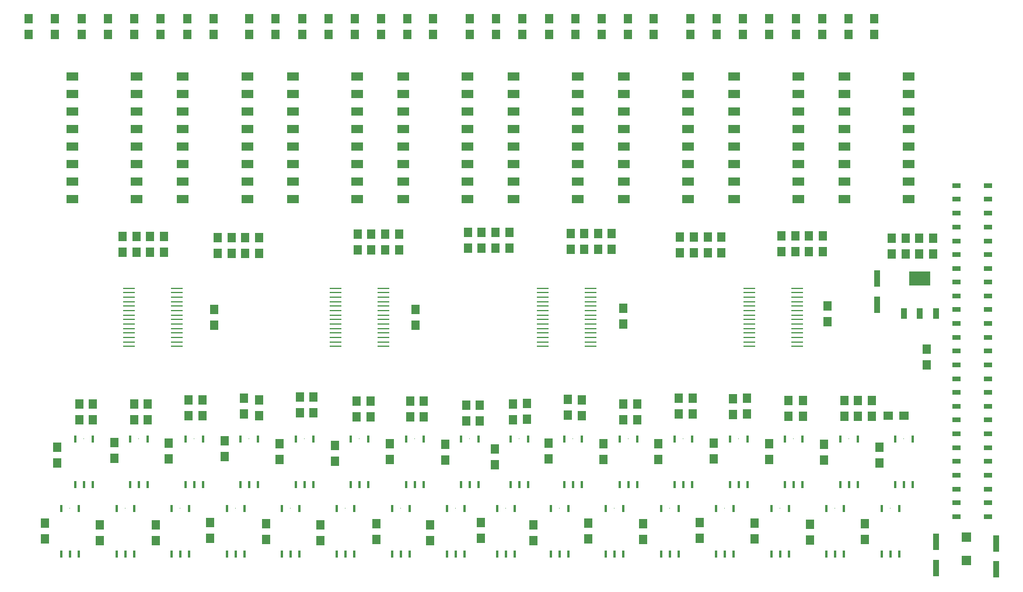
<source format=gbr>
%FSLAX23Y23*%
%MOIN*%
G04 EasyPC Gerber Version 17.0 Build 3379 *
%ADD84R,0.00187X0.00187*%
%ADD83R,0.01762X0.04124*%
%ADD96R,0.03337X0.06093*%
%ADD80R,0.03534X0.09636*%
%ADD79R,0.04900X0.05400*%
%ADD85R,0.05700X0.05700*%
%ADD82R,0.06683X0.00581*%
%ADD78R,0.04912X0.02904*%
%ADD95R,0.05400X0.04900*%
%ADD81R,0.06683X0.04912*%
%ADD97R,0.11998X0.08061*%
X0Y0D02*
D02*
D78*
X5539Y795D03*
Y873D03*
Y952D03*
Y1031D03*
Y1110D03*
Y1188D03*
Y1267D03*
Y1346D03*
Y1425D03*
Y1503D03*
Y1582D03*
Y1661D03*
Y1740D03*
Y1818D03*
Y1897D03*
Y1976D03*
Y2054D03*
Y2133D03*
Y2212D03*
Y2291D03*
Y2369D03*
Y2448D03*
Y2527D03*
Y2606D03*
Y2684D03*
X5716Y795D03*
Y873D03*
Y952D03*
Y1031D03*
Y1110D03*
Y1188D03*
Y1267D03*
Y1346D03*
Y1425D03*
Y1503D03*
Y1582D03*
Y1661D03*
Y1740D03*
Y1818D03*
Y1897D03*
Y1976D03*
Y2054D03*
Y2133D03*
Y2212D03*
Y2291D03*
Y2369D03*
Y2448D03*
Y2527D03*
Y2606D03*
Y2684D03*
D02*
D79*
X238Y3548D03*
Y3638D03*
X332Y666D03*
Y756D03*
X388Y3548D03*
Y3638D03*
X400Y1102D03*
Y1192D03*
X528Y1349D03*
Y1439D03*
X542Y3548D03*
Y3638D03*
X605Y1348D03*
Y1438D03*
X644Y659D03*
Y749D03*
X691Y3548D03*
Y3638D03*
X727Y1128D03*
Y1218D03*
X774Y2305D03*
Y2395D03*
X840Y1349D03*
Y1439D03*
X841Y3548D03*
Y3638D03*
X853Y2305D03*
Y2395D03*
X918Y1348D03*
Y1438D03*
X931Y2305D03*
Y2395D03*
X963Y659D03*
Y749D03*
X990Y3548D03*
Y3638D03*
X1010Y2305D03*
Y2395D03*
X1038Y1125D03*
Y1215D03*
X1144Y3548D03*
Y3638D03*
X1152Y1371D03*
Y1461D03*
X1231Y1372D03*
Y1462D03*
X1275Y671D03*
Y761D03*
X1294Y3548D03*
Y3638D03*
X1298Y1888D03*
Y1978D03*
X1317Y2297D03*
Y2387D03*
X1357Y1136D03*
Y1226D03*
X1396Y2297D03*
Y2387D03*
X1467Y1380D03*
Y1470D03*
X1475Y2297D03*
Y2387D03*
X1499Y3548D03*
Y3638D03*
X1553Y1372D03*
Y1462D03*
Y2297D03*
Y2387D03*
X1593Y663D03*
Y753D03*
X1648Y3548D03*
Y3638D03*
X1672Y1122D03*
Y1212D03*
X1786Y1388D03*
Y1478D03*
X1801Y3548D03*
Y3638D03*
X1864Y1388D03*
Y1478D03*
X1904Y659D03*
Y749D03*
X1951Y3548D03*
Y3638D03*
X1986Y1110D03*
Y1200D03*
X2101Y3548D03*
Y3638D03*
X2110Y1363D03*
Y1453D03*
X2116Y2317D03*
Y2407D03*
X2191Y1364D03*
Y1454D03*
X2195Y2317D03*
Y2407D03*
X2223Y663D03*
Y753D03*
X2250Y3548D03*
Y3638D03*
X2274Y2317D03*
Y2407D03*
X2301Y1120D03*
Y1210D03*
X2353Y2317D03*
Y2407D03*
X2400Y3548D03*
Y3638D03*
X2416Y1364D03*
Y1454D03*
X2448Y1888D03*
Y1978D03*
X2494Y1364D03*
Y1454D03*
X2530Y659D03*
Y749D03*
X2549Y3548D03*
Y3638D03*
X2616Y1116D03*
Y1206D03*
X2739Y1342D03*
Y1432D03*
X2746Y2328D03*
Y2418D03*
X2758Y3548D03*
Y3638D03*
X2815Y1342D03*
Y1432D03*
X2820Y670D03*
Y760D03*
X2825Y2328D03*
Y2418D03*
X2900Y1092D03*
Y1182D03*
X2904Y2328D03*
Y2418D03*
X2908Y3548D03*
Y3638D03*
X2983Y2328D03*
Y2418D03*
X3005Y1349D03*
Y1439D03*
X3057Y3548D03*
Y3638D03*
X3084Y1350D03*
Y1440D03*
X3120Y659D03*
Y749D03*
X3207Y1125D03*
Y1215D03*
X3211Y3548D03*
Y3638D03*
X3319Y1374D03*
Y1464D03*
X3333Y2321D03*
Y2411D03*
X3361Y3548D03*
Y3638D03*
X3396Y1372D03*
Y1462D03*
X3412Y2321D03*
Y2411D03*
X3434Y667D03*
Y757D03*
X3490Y2321D03*
Y2411D03*
X3510Y3548D03*
Y3638D03*
X3522Y1120D03*
Y1210D03*
X3569Y2321D03*
Y2411D03*
X3634Y1348D03*
Y1438D03*
X3635Y1893D03*
Y1983D03*
X3660Y3548D03*
Y3638D03*
X3713Y1348D03*
Y1438D03*
X3746Y663D03*
Y753D03*
X3809Y3548D03*
Y3638D03*
X3833Y1122D03*
Y1212D03*
X3951Y1380D03*
Y1470D03*
X3959Y2301D03*
Y2391D03*
X4017Y3548D03*
Y3638D03*
X4030Y1380D03*
Y1470D03*
X4038Y2301D03*
Y2391D03*
X4071Y670D03*
Y760D03*
X4116Y2301D03*
Y2391D03*
X4152Y1125D03*
Y1215D03*
X4168Y3548D03*
Y3638D03*
X4195Y2301D03*
Y2391D03*
X4262Y1379D03*
Y1469D03*
X4317Y3548D03*
Y3638D03*
X4341Y1380D03*
Y1470D03*
X4383Y666D03*
Y756D03*
X4467Y3548D03*
Y3638D03*
X4468Y1122D03*
Y1212D03*
X4537Y2306D03*
Y2396D03*
X4579Y1367D03*
Y1457D03*
X4616Y2306D03*
Y2396D03*
X4620Y3548D03*
Y3638D03*
X4660Y1368D03*
Y1458D03*
X4695Y2306D03*
Y2396D03*
X4700Y661D03*
Y751D03*
X4770Y3548D03*
Y3638D03*
X4774Y2306D03*
Y2396D03*
X4782Y1116D03*
Y1206D03*
X4801Y1907D03*
Y1997D03*
X4896Y1368D03*
Y1458D03*
X4920Y3548D03*
Y3638D03*
X4975Y1369D03*
Y1459D03*
X5013Y665D03*
Y755D03*
X5053Y1368D03*
Y1458D03*
X5069Y3548D03*
Y3638D03*
X5097Y1100D03*
Y1190D03*
X5168Y2293D03*
Y2383D03*
X5246Y2293D03*
Y2383D03*
X5325Y2293D03*
Y2383D03*
X5369Y1661D03*
Y1751D03*
X5404Y2293D03*
Y2383D03*
D02*
D80*
X5085Y2003D03*
Y2153D03*
X5421Y500D03*
Y650D03*
X5763Y493D03*
Y642D03*
D02*
D81*
X486Y2606D03*
Y2706D03*
Y2806D03*
Y2906D03*
Y3006D03*
Y3106D03*
Y3206D03*
Y3306D03*
X854Y2606D03*
Y2706D03*
Y2806D03*
Y2906D03*
Y3006D03*
Y3106D03*
Y3206D03*
Y3306D03*
X1117Y2606D03*
Y2706D03*
Y2806D03*
Y2906D03*
Y3006D03*
Y3106D03*
Y3206D03*
Y3306D03*
X1486Y2606D03*
Y2706D03*
Y2806D03*
Y2906D03*
Y3006D03*
Y3106D03*
Y3206D03*
Y3306D03*
X1747Y2606D03*
Y2706D03*
Y2806D03*
Y2906D03*
Y3006D03*
Y3106D03*
Y3206D03*
Y3306D03*
X2115Y2606D03*
Y2706D03*
Y2806D03*
Y2906D03*
Y3006D03*
Y3106D03*
Y3206D03*
Y3306D03*
X2377Y2606D03*
Y2706D03*
Y2806D03*
Y2906D03*
Y3006D03*
Y3106D03*
Y3206D03*
Y3306D03*
X2745Y2606D03*
Y2706D03*
Y2806D03*
Y2906D03*
Y3006D03*
Y3106D03*
Y3206D03*
Y3306D03*
X3007Y2606D03*
Y2706D03*
Y2806D03*
Y2906D03*
Y3006D03*
Y3106D03*
Y3206D03*
Y3306D03*
X3375Y2606D03*
Y2706D03*
Y2806D03*
Y2906D03*
Y3006D03*
Y3106D03*
Y3206D03*
Y3306D03*
X3637Y2606D03*
Y2706D03*
Y2806D03*
Y2906D03*
Y3006D03*
Y3106D03*
Y3206D03*
Y3306D03*
X4005Y2606D03*
Y2706D03*
Y2806D03*
Y2906D03*
Y3006D03*
Y3106D03*
Y3206D03*
Y3306D03*
X4267Y2606D03*
Y2706D03*
Y2806D03*
Y2906D03*
Y3006D03*
Y3106D03*
Y3206D03*
Y3306D03*
X4635Y2606D03*
Y2706D03*
Y2806D03*
Y2906D03*
Y3006D03*
Y3106D03*
Y3206D03*
Y3306D03*
X4897Y2606D03*
Y2706D03*
Y2806D03*
Y2906D03*
Y3006D03*
Y3106D03*
Y3206D03*
Y3306D03*
X5265Y2606D03*
Y2706D03*
Y2806D03*
Y2906D03*
Y3006D03*
Y3106D03*
Y3206D03*
Y3306D03*
D02*
D82*
X810Y1766D03*
Y1792D03*
Y1817D03*
Y1843D03*
Y1869D03*
Y1894D03*
Y1920D03*
Y1945D03*
Y1971D03*
Y1997D03*
Y2022D03*
Y2048D03*
Y2073D03*
Y2099D03*
X1084Y1766D03*
Y1792D03*
Y1817D03*
Y1843D03*
Y1869D03*
Y1894D03*
Y1920D03*
Y1945D03*
Y1971D03*
Y1997D03*
Y2022D03*
Y2048D03*
Y2073D03*
Y2099D03*
X1991Y1766D03*
Y1792D03*
Y1817D03*
Y1843D03*
Y1869D03*
Y1894D03*
Y1920D03*
Y1945D03*
Y1971D03*
Y1997D03*
Y2022D03*
Y2048D03*
Y2073D03*
Y2099D03*
X2265Y1766D03*
Y1792D03*
Y1817D03*
Y1843D03*
Y1869D03*
Y1894D03*
Y1920D03*
Y1945D03*
Y1971D03*
Y1997D03*
Y2022D03*
Y2048D03*
Y2073D03*
Y2099D03*
X3173Y1766D03*
Y1792D03*
Y1817D03*
Y1843D03*
Y1869D03*
Y1894D03*
Y1920D03*
Y1945D03*
Y1971D03*
Y1997D03*
Y2022D03*
Y2048D03*
Y2073D03*
Y2099D03*
X3446Y1766D03*
Y1792D03*
Y1817D03*
Y1843D03*
Y1869D03*
Y1894D03*
Y1920D03*
Y1945D03*
Y1971D03*
Y1997D03*
Y2022D03*
Y2048D03*
Y2073D03*
Y2099D03*
X4354Y1766D03*
Y1792D03*
Y1817D03*
Y1843D03*
Y1869D03*
Y1894D03*
Y1920D03*
Y1945D03*
Y1971D03*
Y1997D03*
Y2022D03*
Y2048D03*
Y2073D03*
Y2099D03*
X4627Y1766D03*
Y1792D03*
Y1817D03*
Y1843D03*
Y1869D03*
Y1894D03*
Y1920D03*
Y1945D03*
Y1971D03*
Y1997D03*
Y2022D03*
Y2048D03*
Y2073D03*
Y2099D03*
D02*
D83*
X425Y582D03*
Y842D03*
X475Y582D03*
X503Y976D03*
Y1236D03*
X525Y582D03*
Y842D03*
X553Y976D03*
X603D03*
Y1236D03*
X740Y582D03*
Y842D03*
X790Y582D03*
X818Y976D03*
Y1236D03*
X840Y582D03*
Y842D03*
X868Y976D03*
X918D03*
Y1236D03*
X1055Y582D03*
Y842D03*
X1105Y582D03*
X1133Y976D03*
Y1236D03*
X1155Y582D03*
Y842D03*
X1183Y976D03*
X1233D03*
Y1236D03*
X1370Y582D03*
Y842D03*
X1420Y582D03*
X1448Y976D03*
Y1236D03*
X1470Y582D03*
Y842D03*
X1498Y976D03*
X1548D03*
Y1236D03*
X1685Y582D03*
Y842D03*
X1735Y582D03*
X1763Y976D03*
Y1236D03*
X1785Y582D03*
Y842D03*
X1813Y976D03*
X1863D03*
Y1236D03*
X1999Y582D03*
Y842D03*
X2049Y582D03*
X2078Y976D03*
Y1236D03*
X2099Y582D03*
Y842D03*
X2128Y976D03*
X2178D03*
Y1236D03*
X2314Y582D03*
Y842D03*
X2364Y582D03*
X2393Y976D03*
Y1236D03*
X2414Y582D03*
Y842D03*
X2443Y976D03*
X2493D03*
Y1236D03*
X2629Y582D03*
Y842D03*
X2679Y582D03*
X2708Y976D03*
Y1236D03*
X2729Y582D03*
Y842D03*
X2758Y976D03*
X2808D03*
Y1236D03*
X2913Y582D03*
Y842D03*
X2963Y582D03*
X2992Y976D03*
Y1236D03*
X3013Y582D03*
Y842D03*
X3042Y976D03*
X3092D03*
Y1236D03*
X3220Y582D03*
Y842D03*
X3270Y582D03*
X3299Y976D03*
Y1236D03*
X3320Y582D03*
Y842D03*
X3349Y976D03*
X3399D03*
Y1236D03*
X3535Y582D03*
Y842D03*
X3585Y582D03*
X3614Y976D03*
Y1236D03*
X3635Y582D03*
Y842D03*
X3664Y976D03*
X3714D03*
Y1236D03*
X3850Y582D03*
Y842D03*
X3900Y582D03*
X3929Y976D03*
Y1236D03*
X3950Y582D03*
Y842D03*
X3979Y976D03*
X4029D03*
Y1236D03*
X4165Y581D03*
Y841D03*
X4215Y581D03*
X4244Y976D03*
Y1236D03*
X4265Y581D03*
Y841D03*
X4294Y976D03*
X4344D03*
Y1236D03*
X4480Y582D03*
Y842D03*
X4530Y582D03*
X4559Y976D03*
Y1236D03*
X4580Y582D03*
Y842D03*
X4609Y976D03*
X4659D03*
Y1236D03*
X4795Y582D03*
Y842D03*
X4845Y582D03*
X4873Y976D03*
Y1236D03*
X4895Y582D03*
Y842D03*
X4923Y976D03*
X4973D03*
Y1236D03*
X5110Y582D03*
Y842D03*
X5160Y582D03*
X5188Y976D03*
Y1236D03*
X5210Y582D03*
Y842D03*
X5238Y976D03*
X5288D03*
Y1236D03*
D02*
D84*
X475Y842D03*
X553Y1236D03*
X790Y842D03*
X868Y1236D03*
X1105Y842D03*
X1183Y1236D03*
X1420Y842D03*
X1498Y1236D03*
X1735Y842D03*
X1813Y1236D03*
X2049Y842D03*
X2128Y1236D03*
X2364Y842D03*
X2443Y1236D03*
X2679Y842D03*
X2758Y1236D03*
X2963Y842D03*
X3042Y1236D03*
X3270Y842D03*
X3349Y1236D03*
X3585Y842D03*
X3664Y1236D03*
X3900Y842D03*
X3979Y1236D03*
X4215Y841D03*
X4294Y1236D03*
X4530Y842D03*
X4609Y1236D03*
X4845Y842D03*
X4923Y1236D03*
X5160Y842D03*
X5238Y1236D03*
D02*
D85*
X5593Y545D03*
Y679D03*
D02*
D95*
X5146Y1370D03*
X5236D03*
D02*
D96*
X5238Y1955D03*
X5329D03*
X5420D03*
D02*
D97*
X5329Y2154D03*
X0Y0D02*
M02*

</source>
